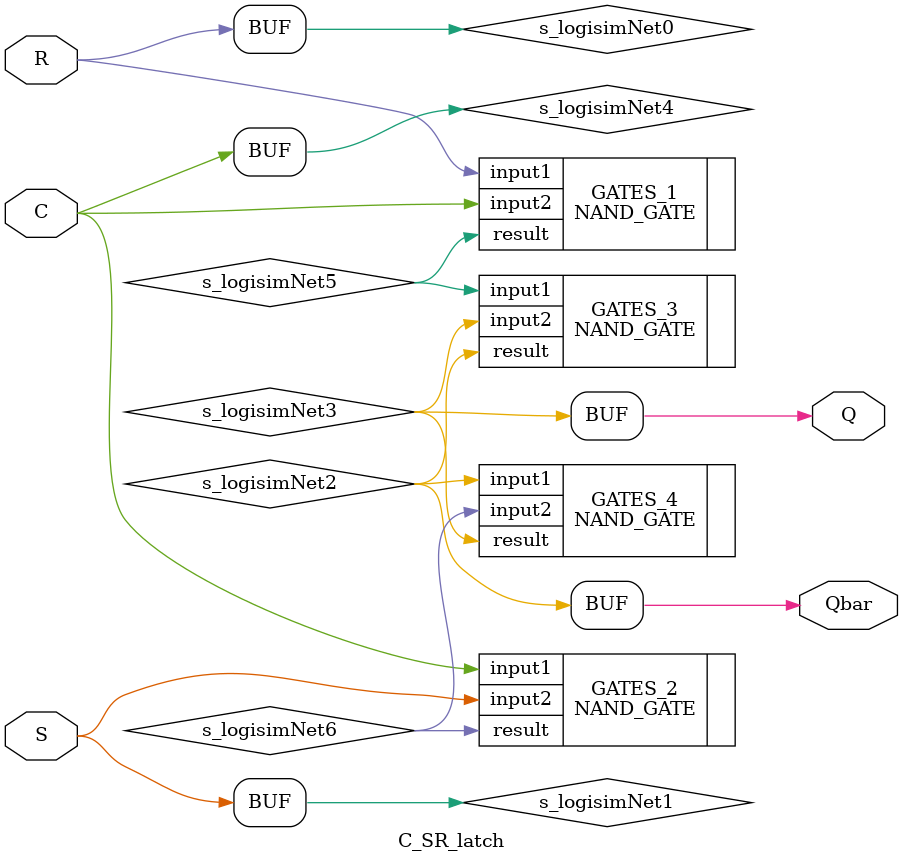
<source format=v>
/******************************************************************************
 ** Logisim-evolution goes FPGA automatic generated Verilog code             **
 ** https://github.com/logisim-evolution/                                    **
 **                                                                          **
 ** Component : C_SR_latch                                                   **
 **                                                                          **
 *****************************************************************************/

module C_SR_latch( C,
                   Q,
                   Qbar,
                   R,
                   S );

   /*******************************************************************************
   ** The inputs are defined here                                                **
   *******************************************************************************/
   input C;
   input R;
   input S;

   /*******************************************************************************
   ** The outputs are defined here                                               **
   *******************************************************************************/
   output Q;
   output Qbar;

   /*******************************************************************************
   ** The wires are defined here                                                 **
   *******************************************************************************/
   wire s_logisimNet0;
   wire s_logisimNet1;
   wire s_logisimNet2;
   wire s_logisimNet3;
   wire s_logisimNet4;
   wire s_logisimNet5;
   wire s_logisimNet6;

   /*******************************************************************************
   ** The module functionality is described here                                 **
   *******************************************************************************/

   /*******************************************************************************
   ** Here all input connections are defined                                     **
   *******************************************************************************/
   assign s_logisimNet0 = R;
   assign s_logisimNet1 = S;
   assign s_logisimNet4 = C;

   /*******************************************************************************
   ** Here all output connections are defined                                    **
   *******************************************************************************/
   assign Q    = s_logisimNet3;
   assign Qbar = s_logisimNet2;

   /*******************************************************************************
   ** Here all normal components are defined                                     **
   *******************************************************************************/
   NAND_GATE #(.BubblesMask(2'b00))
      GATES_1 (.input1(s_logisimNet0),
               .input2(s_logisimNet4),
               .result(s_logisimNet5));

   NAND_GATE #(.BubblesMask(2'b00))
      GATES_2 (.input1(s_logisimNet4),
               .input2(s_logisimNet1),
               .result(s_logisimNet6));

   NAND_GATE #(.BubblesMask(2'b00))
      GATES_3 (.input1(s_logisimNet5),
               .input2(s_logisimNet3),
               .result(s_logisimNet2));

   NAND_GATE #(.BubblesMask(2'b00))
      GATES_4 (.input1(s_logisimNet2),
               .input2(s_logisimNet6),
               .result(s_logisimNet3));


endmodule

</source>
